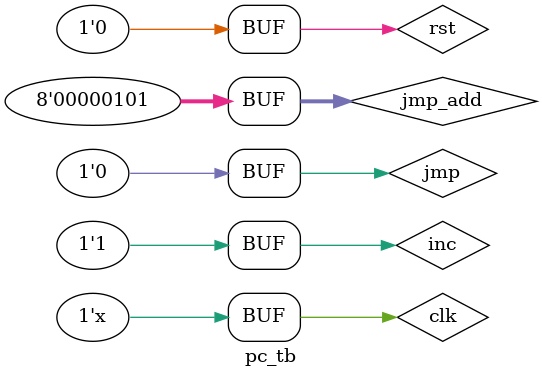
<source format=v>
`timescale 1ns/1ns
module program_counter(clk,inc,rst,jmp,jmp_add,add);

input wire clk,inc,rst,jmp;
input wire[7:0] jmp_add;
output reg[7:0] add;

always @(posedge clk, posedge rst) begin
	if(rst) begin
		#1;
		add=8'h00;
	end
	else if(clk) begin
		if(jmp) begin
			#1;
			add=jmp_add;
		end
		
		else begin
			if(inc) begin
				#1
				add=add+8'h04;
			end
		
			else begin
				#1
				add=add;
			end
		end
		
	end
	else begin
		add=add;
	end
	
end
endmodule

module pc_tb();
reg clk,inc,rst,jmp;
reg[7:0] jmp_add;
wire[7:0]add;

program_counter pc(clk,inc,rst,jmp,jmp_add,add);
always #5 clk=~clk;

initial begin
clk<=0;
rst<=1;
inc<=1'bx;
jmp<=1'bx;
jmp_add=8'hxx;
#15
rst=0;
inc=1;
jmp=0;
#205
jmp=1;
jmp_add<=8'h05;
#5
jmp<=0;
inc<=0;
#10
inc=1;
end
endmodule
</source>
